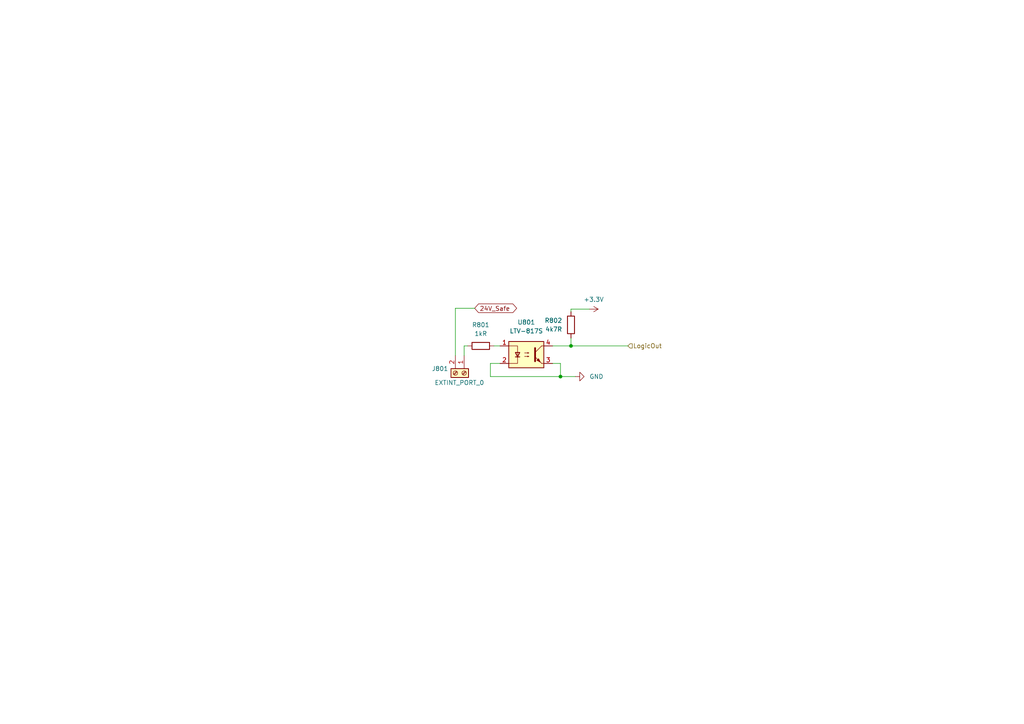
<source format=kicad_sch>
(kicad_sch (version 20211123) (generator eeschema)
  (paper "A4")
  (lib_symbols
    (symbol "Connector:Screw_Terminal_01x02" (pin_names (offset 1.016) hide)
      (property "Reference" "J" (at 0 2.54 0))
      (property "Value" "Screw_Terminal_01x02" (at 0 -5.08 0))
      (symbol "Screw_Terminal_01x02_1_1"
        (rectangle (start -1.27 1.27) (end 1.27 -3.81) (stroke (width 0.254)) (fill (type background)))
        (circle (center 0 -2.54) (radius 0.635) (stroke (width 0.1524)))
        (polyline (pts (xy -0.5334 -2.2098) (xy 0.3302 -3.048)) (stroke (width 0.1524)))
        (polyline (pts (xy -0.5334 0.3302) (xy 0.3302 -0.508)) (stroke (width 0.1524)))
        (polyline (pts (xy -0.3556 -2.032) (xy 0.508 -2.8702)) (stroke (width 0.1524)))
        (polyline (pts (xy -0.3556 0.508) (xy 0.508 -0.3302)) (stroke (width 0.1524)))
        (circle (center 0 0) (radius 0.635) (stroke (width 0.1524)))
        (pin passive line (at -5.08 0 0) (length 3.81) (name "Pin_1") (number "1"))
        (pin passive line (at -5.08 -2.54 0) (length 3.81) (name "Pin_2") (number "2"))
      )
    )
    (symbol "Device:R" (pin_numbers hide) (pin_names (offset 0))
      (property "Reference" "R" (at 2.032 0 90))
      (property "Value" "R" (at 0 0 90))
      (symbol "R_0_1"
        (rectangle (start -1.016 -2.54) (end 1.016 2.54) (stroke (width 0.254)))
      )
      (symbol "R_1_1"
        (pin passive line (at 0 3.81 270) (length 1.27) (name "~") (number "1"))
        (pin passive line (at 0 -3.81 90) (length 1.27) (name "~") (number "2"))
      )
    )
    (symbol "Isolator:LTV-817S" (pin_names (offset 1.016))
      (property "Reference" "U" (at -3.81 5.08 0))
      (property "Value" "LTV-817S" (at 0 -5.08 0))
      (symbol "LTV-817S_1_1"
        (rectangle (start -5.08 3.81) (end 5.08 -3.81) (stroke (width 0.254)) (fill (type background)))
        (polyline (pts (xy -3.175 -0.635) (xy -1.905 -0.635)) (stroke (width 0.254)))
        (polyline (pts (xy 2.54 0.635) (xy 4.445 2.54)))
        (polyline (pts (xy 4.445 -2.54) (xy 2.54 -0.635)) (fill (type outline)))
        (polyline (pts (xy 4.445 -2.54) (xy 5.08 -2.54)))
        (polyline (pts (xy 4.445 2.54) (xy 5.08 2.54)))
        (polyline (pts (xy -5.08 2.54) (xy -2.54 2.54) (xy -2.54 -0.762)))
        (polyline (pts (xy -2.54 -0.635) (xy -2.54 -2.54) (xy -5.08 -2.54)))
        (polyline (pts (xy 2.54 1.905) (xy 2.54 -1.905) (xy 2.54 -1.905)) (stroke (width 0.508)))
        (polyline (pts (xy -2.54 -0.635) (xy -3.175 0.635) (xy -1.905 0.635) (xy -2.54 -0.635)) (stroke (width 0.254)))
        (polyline (pts (xy -0.508 -0.508) (xy 0.762 -0.508) (xy 0.381 -0.635) (xy 0.381 -0.381) (xy 0.762 -0.508)))
        (polyline (pts (xy -0.508 0.508) (xy 0.762 0.508) (xy 0.381 0.381) (xy 0.381 0.635) (xy 0.762 0.508)))
        (polyline (pts (xy 3.048 -1.651) (xy 3.556 -1.143) (xy 4.064 -2.159) (xy 3.048 -1.651) (xy 3.048 -1.651)) (fill (type outline)))
        (pin passive line (at -7.62 2.54 0) (length 2.54) (name "~") (number "1"))
        (pin passive line (at -7.62 -2.54 0) (length 2.54) (name "~") (number "2"))
        (pin passive line (at 7.62 -2.54 180) (length 2.54) (name "~") (number "3"))
        (pin passive line (at 7.62 2.54 180) (length 2.54) (name "~") (number "4"))
      )
    )
    (symbol "power:+3.3V" (power) (pin_names (offset 0))
      (property "Value" "+3.3V" (at 0 3.556 0))
      (symbol "+3.3V_0_1"
        (polyline (pts (xy -0.762 1.27) (xy 0 2.54)))
        (polyline (pts (xy 0 0) (xy 0 2.54)))
        (polyline (pts (xy 0 2.54) (xy 0.762 1.27)))
      )
      (symbol "+3.3V_1_1"
        (pin power_in line (at 0 0 90) (length 0) hide (name "+3.3V") (number "1"))
      )
    )
    (symbol "power:GND" (power) (pin_names (offset 0))
      (property "Value" "GND" (at 0 -3.81 0))
      (symbol "GND_0_1"
        (polyline (pts (xy 0 0) (xy 0 -1.27) (xy 1.27 -1.27) (xy 0 -2.54) (xy -1.27 -1.27) (xy 0 -1.27)))
      )
      (symbol "GND_1_1"
        (pin power_in line (at 0 0 270) (length 0) hide (name "GND") (number "1"))
      )
    )
  )
  (junction (at 165.608 100.33))
  (junction (at 162.56 109.22))
  (wire (pts (xy 162.56 109.22) (xy 162.56 105.41)))
  (wire (pts (xy 134.62 100.33) (xy 135.636 100.33)))
  (wire (pts (xy 165.608 100.33) (xy 182.118 100.33)))
  (wire (pts (xy 165.608 89.662) (xy 165.608 90.424)))
  (wire (pts (xy 160.274 100.33) (xy 165.608 100.33)))
  (wire (pts (xy 170.942 89.662) (xy 165.608 89.662)))
  (wire (pts (xy 165.608 100.33) (xy 165.608 98.044)))
  (wire (pts (xy 134.62 103.124) (xy 134.62 100.33)))
  (wire (pts (xy 142.24 105.41) (xy 142.24 109.22)))
  (wire (pts (xy 143.256 100.33) (xy 145.034 100.33)))
  (wire (pts (xy 137.668 89.408) (xy 132.08 89.408)))
  (wire (pts (xy 132.08 89.408) (xy 132.08 103.124)))
  (wire (pts (xy 142.24 109.22) (xy 162.56 109.22)))
  (wire (pts (xy 145.034 105.41) (xy 142.24 105.41)))
  (wire (pts (xy 162.56 105.41) (xy 160.274 105.41)))
  (wire (pts (xy 166.878 109.22) (xy 162.56 109.22)))
  (global_label "24V_Safe" (shape bidirectional) (at 137.668 89.408 0) (property "Intersheet References" "${INTERSHEET_REFS}" (effects hide)))
  (hierarchical_label "LogicOut" (shape input) (at 182.118 100.33 0))
  (symbol (lib_id "Isolator:LTV-817S") (at 152.654 102.87 0) (unit 1)
    (property "Reference" "U801" (at 152.654 93.472 0))
    (property "Value" "LTV-817S" (at 152.654 96.012 0))
    (property "Footprint" "Package_DIP:SMDIP-4_W9.53mm" (effects hide))
    (property "Datasheet" "http://www.us.liteon.com/downloads/LTV-817-827-847.PDF" (effects hide))
  )
  (symbol (lib_id "Connector:Screw_Terminal_01x02") (at 134.62 108.204 270) (unit 1)
    (property "Reference" "J801" (at 130.0385 106.9339 90) (effects (justify right)))
    (property "Value" "EXTINT_PORT_0" (at 140.462 110.998 90) (effects (justify right)))
    (property "Footprint" "Connector_Phoenix_MSTB:PhoenixContact_MSTBVA_2,5_2-G-5,08_1x02_P5.08mm_Vertical" (effects hide))
  )
  (symbol (lib_id "Device:R") (at 139.446 100.33 270) (mirror x) (unit 1)
    (property "Reference" "R801" (at 139.446 94.234 90))
    (property "Value" "1kR" (at 139.446 96.774 90))
    (property "Footprint" "Resistor_SMD:R_0805_2012Metric" (effects hide))
  )
  (symbol (lib_id "power:+3.3V") (at 170.942 89.662 270) (unit 1)
    (property "Reference" "#PWR0802" (effects hide))
    (property "Value" "+3.3V" (at 172.212 86.868 90))
  )
  (symbol (lib_id "power:GND") (at 166.878 109.22 90) (unit 1)
    (property "Reference" "#PWR0801" (effects hide))
    (property "Value" "GND" (at 170.942 109.2199 90) (effects (justify right)))
  )
  (symbol (lib_id "Device:R") (at 165.608 94.234 0) (mirror y) (unit 1)
    (property "Reference" "R802" (at 163.068 92.9639 0) (effects (justify left)))
    (property "Value" "4k7R" (at 163.068 95.5039 0) (effects (justify left)))
    (property "Footprint" "Resistor_SMD:R_0805_2012Metric" (effects hide))
  )
)
</source>
